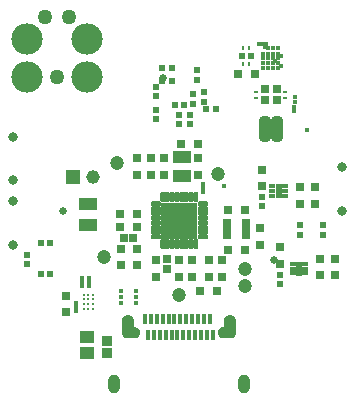
<source format=gbs>
G04*
G04 #@! TF.GenerationSoftware,Altium Limited,Altium Designer,24.9.1 (31)*
G04*
G04 Layer_Color=16711935*
%FSLAX44Y44*%
%MOMM*%
G71*
G04*
G04 #@! TF.SameCoordinates,7AD2B3B8-D285-4593-8982-C88D0E3F9F4F*
G04*
G04*
G04 #@! TF.FilePolarity,Negative*
G04*
G01*
G75*
%ADD23R,0.3000X0.2800*%
%ADD27R,0.4725X0.4682*%
%ADD28R,0.2800X0.3000*%
%ADD32R,0.4682X0.4725*%
%ADD56R,0.4532X0.5532*%
%ADD57R,0.5532X0.4532*%
%ADD68C,1.2032*%
%ADD76C,1.0395*%
%ADD82C,1.2702*%
%ADD83C,2.6542*%
%ADD84R,1.1500X1.1500*%
%ADD85C,1.1500*%
G04:AMPARAMS|DCode=86|XSize=1mm|YSize=1.6mm|CornerRadius=0.5mm|HoleSize=0mm|Usage=FLASHONLY|Rotation=180.000|XOffset=0mm|YOffset=0mm|HoleType=Round|Shape=RoundedRectangle|*
%AMROUNDEDRECTD86*
21,1,1.0000,0.6000,0,0,180.0*
21,1,0.0000,1.6000,0,0,180.0*
1,1,1.0000,0.0000,0.3000*
1,1,1.0000,0.0000,0.3000*
1,1,1.0000,0.0000,-0.3000*
1,1,1.0000,0.0000,-0.3000*
%
%ADD86ROUNDEDRECTD86*%
G04:AMPARAMS|DCode=87|XSize=1.2mm|YSize=0.6mm|CornerRadius=0.3mm|HoleSize=0mm|Usage=FLASHONLY|Rotation=180.000|XOffset=0mm|YOffset=0mm|HoleType=Round|Shape=RoundedRectangle|*
%AMROUNDEDRECTD87*
21,1,1.2000,0.0000,0,0,180.0*
21,1,0.6000,0.6000,0,0,180.0*
1,1,0.6000,-0.3000,0.0000*
1,1,0.6000,0.3000,0.0000*
1,1,0.6000,0.3000,0.0000*
1,1,0.6000,-0.3000,0.0000*
%
%ADD87ROUNDEDRECTD87*%
G04:AMPARAMS|DCode=88|XSize=0.6mm|YSize=1.6mm|CornerRadius=0.3mm|HoleSize=0mm|Usage=FLASHONLY|Rotation=180.000|XOffset=0mm|YOffset=0mm|HoleType=Round|Shape=RoundedRectangle|*
%AMROUNDEDRECTD88*
21,1,0.6000,1.0000,0,0,180.0*
21,1,0.0000,1.6000,0,0,180.0*
1,1,0.6000,0.0000,0.5000*
1,1,0.6000,0.0000,0.5000*
1,1,0.6000,0.0000,-0.5000*
1,1,0.6000,0.0000,-0.5000*
%
%ADD88ROUNDEDRECTD88*%
%ADD89C,0.4532*%
%ADD90C,0.6532*%
%ADD91C,0.8000*%
%ADD113R,0.5500X0.5500*%
%ADD114R,0.7000X0.7000*%
%ADD115C,0.1658*%
%ADD124C,0.2210*%
%ADD125R,0.8000X1.8000*%
%ADD126R,0.6725X0.7154*%
%ADD127R,0.4500X0.3000*%
%ADD128R,0.3000X0.8500*%
%ADD129R,0.3000X0.9500*%
%ADD133R,0.7000X0.7000*%
%ADD143R,0.6032X1.2832*%
%ADD144R,0.5532X0.4432*%
%ADD145R,0.8532X0.8532*%
%ADD146R,0.6532X0.6532*%
G04:AMPARAMS|DCode=147|XSize=0.9132mm|YSize=0.4232mm|CornerRadius=0.1291mm|HoleSize=0mm|Usage=FLASHONLY|Rotation=0.000|XOffset=0mm|YOffset=0mm|HoleType=Round|Shape=RoundedRectangle|*
%AMROUNDEDRECTD147*
21,1,0.9132,0.1650,0,0,0.0*
21,1,0.6550,0.4232,0,0,0.0*
1,1,0.2582,0.3275,-0.0825*
1,1,0.2582,-0.3275,-0.0825*
1,1,0.2582,-0.3275,0.0825*
1,1,0.2582,0.3275,0.0825*
%
%ADD147ROUNDEDRECTD147*%
G04:AMPARAMS|DCode=148|XSize=0.9132mm|YSize=0.4232mm|CornerRadius=0.1291mm|HoleSize=0mm|Usage=FLASHONLY|Rotation=90.000|XOffset=0mm|YOffset=0mm|HoleType=Round|Shape=RoundedRectangle|*
%AMROUNDEDRECTD148*
21,1,0.9132,0.1650,0,0,90.0*
21,1,0.6550,0.4232,0,0,90.0*
1,1,0.2582,0.0825,0.3275*
1,1,0.2582,0.0825,-0.3275*
1,1,0.2582,-0.0825,-0.3275*
1,1,0.2582,-0.0825,0.3275*
%
%ADD148ROUNDEDRECTD148*%
%ADD149R,3.1032X3.1032*%
%ADD150R,1.5016X1.1016*%
%ADD151R,1.5732X1.1332*%
G04:AMPARAMS|DCode=152|XSize=0.9632mm|YSize=2.1432mm|CornerRadius=0.2916mm|HoleSize=0mm|Usage=FLASHONLY|Rotation=0.000|XOffset=0mm|YOffset=0mm|HoleType=Round|Shape=RoundedRectangle|*
%AMROUNDEDRECTD152*
21,1,0.9632,1.5600,0,0,0.0*
21,1,0.3800,2.1432,0,0,0.0*
1,1,0.5832,0.1900,-0.7800*
1,1,0.5832,-0.1900,-0.7800*
1,1,0.5832,-0.1900,0.7800*
1,1,0.5832,0.1900,0.7800*
%
%ADD152ROUNDEDRECTD152*%
%ADD153R,1.1832X0.9832*%
%ADD154C,0.4192*%
%ADD155R,0.6532X0.6532*%
G36*
X113302Y77029D02*
X114709Y75622D01*
X115470Y73784D01*
Y72790D01*
X115470Y68190D01*
X115478Y68112D01*
X115537Y67968D01*
X115648Y67857D01*
X115792Y67798D01*
X115870Y67790D01*
X116865Y67790D01*
X118702Y67029D01*
X120109Y65622D01*
X120870Y63784D01*
X120870Y62790D01*
Y62790D01*
X120870Y61795D01*
X120109Y59958D01*
X118702Y58551D01*
X116865Y57790D01*
X115870Y57790D01*
X110470D01*
X110470Y57790D01*
X109475Y57790D01*
X107638Y58551D01*
X106231Y59958D01*
X105470Y61795D01*
X105470Y62790D01*
Y72790D01*
X105470Y72790D01*
Y73784D01*
X106231Y75622D01*
X107638Y77029D01*
X109475Y77790D01*
X110470D01*
X111465Y77790D01*
X113302Y77029D01*
D02*
G37*
G36*
X196870Y77790D02*
X197865D01*
X199702Y77029D01*
X201109Y75622D01*
X201870Y73784D01*
Y72790D01*
X201870Y72790D01*
X201870Y62790D01*
X201870Y61795D01*
X201109Y59958D01*
X199702Y58551D01*
X197864Y57790D01*
X196870Y57790D01*
X196870Y57790D01*
X191470D01*
X190475Y57790D01*
X188638Y58551D01*
X187231Y59958D01*
X186470Y61795D01*
X186470Y62790D01*
Y62790D01*
X186470Y63784D01*
X187231Y65622D01*
X188638Y67029D01*
X190475Y67790D01*
X191470Y67790D01*
Y67790D01*
X191548Y67798D01*
X191692Y67857D01*
X191803Y67968D01*
X191862Y68112D01*
X191870Y68190D01*
X191870Y68190D01*
X191870Y72790D01*
Y73784D01*
X192631Y75622D01*
X194038Y77029D01*
X195875Y77790D01*
X196870Y77790D01*
D02*
G37*
D23*
X218858Y261449D02*
D03*
Y266749D02*
D03*
X243740Y266749D02*
D03*
Y261449D02*
D03*
D27*
X162729Y239068D02*
D03*
Y247111D02*
D03*
X154048Y239341D02*
D03*
Y247384D02*
D03*
X165912Y264372D02*
D03*
Y256329D02*
D03*
X134412Y270734D02*
D03*
Y262691D02*
D03*
X174562Y266217D02*
D03*
Y258174D02*
D03*
X275661Y153511D02*
D03*
Y145468D02*
D03*
X256111Y153511D02*
D03*
Y145468D02*
D03*
X223984Y169828D02*
D03*
Y177871D02*
D03*
X239009Y103588D02*
D03*
Y111631D02*
D03*
X134412Y251405D02*
D03*
Y243362D02*
D03*
X168986Y276746D02*
D03*
Y284789D02*
D03*
X25400Y120693D02*
D03*
Y128736D02*
D03*
D28*
X208127Y303470D02*
D03*
X213426D02*
D03*
X208127Y290226D02*
D03*
X213426D02*
D03*
D32*
X184946Y252044D02*
D03*
X176903D02*
D03*
X139553Y276195D02*
D03*
X147597D02*
D03*
X158069Y255195D02*
D03*
X150026D02*
D03*
X147796Y286833D02*
D03*
X139753D02*
D03*
X214918Y296864D02*
D03*
X206876D02*
D03*
D56*
X173967Y182848D02*
D03*
Y187848D02*
D03*
X77729Y107767D02*
D03*
Y102767D02*
D03*
X71552Y107828D02*
D03*
Y102828D02*
D03*
X66165Y81701D02*
D03*
Y86701D02*
D03*
D57*
X221942Y307340D02*
D03*
X226942D02*
D03*
D68*
X90119Y126542D02*
D03*
X209487Y117019D02*
D03*
Y102322D02*
D03*
X153920Y94210D02*
D03*
X101095Y206769D02*
D03*
X186690Y196850D02*
D03*
D76*
X196095Y63565D02*
D03*
X111245D02*
D03*
D82*
X50800Y279400D02*
D03*
X40640Y330200D02*
D03*
X60960D02*
D03*
D83*
X25400Y279400D02*
D03*
X76200D02*
D03*
X25400Y311150D02*
D03*
X76200D02*
D03*
D84*
X63600Y194120D02*
D03*
D85*
X81180Y194500D02*
D03*
D86*
X98470Y19290D02*
D03*
X208870D02*
D03*
D87*
X193870Y62790D02*
D03*
X113470D02*
D03*
D88*
X110470Y67790D02*
D03*
X196870D02*
D03*
D89*
X235243Y292983D02*
D03*
X240154Y288726D02*
D03*
Y296889D02*
D03*
X251700Y261999D02*
D03*
X226488Y304740D02*
D03*
X229323Y303403D02*
D03*
X237206Y303458D02*
D03*
X233206D02*
D03*
X192110Y186726D02*
D03*
X262300Y234000D02*
D03*
X251534Y250000D02*
D03*
Y254000D02*
D03*
X251700Y257999D02*
D03*
D90*
X140027Y278201D02*
D03*
X164742Y168678D02*
D03*
X165017Y146559D02*
D03*
X142817Y146639D02*
D03*
Y168759D02*
D03*
X154400D02*
D03*
Y146559D02*
D03*
X164742Y157659D02*
D03*
X142817D02*
D03*
X153917D02*
D03*
X234403Y124264D02*
D03*
X55837Y166028D02*
D03*
D91*
X13360Y191765D02*
D03*
Y228766D02*
D03*
Y174125D02*
D03*
Y137126D02*
D03*
X291860Y165650D02*
D03*
Y202650D02*
D03*
D113*
X36890Y138980D02*
D03*
Y112480D02*
D03*
X44390Y138980D02*
D03*
Y112480D02*
D03*
D114*
X239009Y120910D02*
D03*
Y134910D02*
D03*
X223992Y200810D02*
D03*
Y186810D02*
D03*
X285999Y111110D02*
D03*
Y125110D02*
D03*
X273299Y111110D02*
D03*
Y125110D02*
D03*
X169767Y196569D02*
D03*
Y210569D02*
D03*
X141017Y196569D02*
D03*
Y210569D02*
D03*
X118197D02*
D03*
Y196569D02*
D03*
X130317Y210569D02*
D03*
Y196569D02*
D03*
X57692Y93929D02*
D03*
Y79929D02*
D03*
X164742Y124019D02*
D03*
Y110019D02*
D03*
X153917Y123829D02*
D03*
Y109829D02*
D03*
X133867Y123829D02*
D03*
Y109829D02*
D03*
X190487Y124019D02*
D03*
Y110019D02*
D03*
X255920Y185810D02*
D03*
Y171810D02*
D03*
X268620Y185810D02*
D03*
Y171810D02*
D03*
X179522Y124019D02*
D03*
Y110019D02*
D03*
X222497Y151309D02*
D03*
Y137309D02*
D03*
D115*
X264291Y145990D02*
D03*
X267791D02*
D03*
X264291Y149489D02*
D03*
X267791D02*
D03*
D124*
X80981Y94929D02*
D03*
X76981D02*
D03*
X72981D02*
D03*
X80981Y90929D02*
D03*
X76981D02*
D03*
X72981D02*
D03*
X80981Y86929D02*
D03*
X76981D02*
D03*
X72981D02*
D03*
X80981Y82929D02*
D03*
X76981D02*
D03*
X72981D02*
D03*
D125*
X194487Y150559D02*
D03*
X210487D02*
D03*
D126*
X236348Y268885D02*
D03*
Y259313D02*
D03*
X226508Y268885D02*
D03*
Y259313D02*
D03*
D127*
X104217Y97710D02*
D03*
Y92710D02*
D03*
Y87710D02*
D03*
X117717D02*
D03*
Y92710D02*
D03*
Y97710D02*
D03*
D128*
X182420Y60540D02*
D03*
X177420D02*
D03*
X172420D02*
D03*
X167420D02*
D03*
X162420D02*
D03*
X157420D02*
D03*
X152420D02*
D03*
X147420D02*
D03*
X142420D02*
D03*
X137420D02*
D03*
X132420D02*
D03*
X127420D02*
D03*
D129*
X124920Y74040D02*
D03*
X129920D02*
D03*
X134920D02*
D03*
X139920D02*
D03*
X144920D02*
D03*
X149920D02*
D03*
X154920D02*
D03*
X159920D02*
D03*
X164920D02*
D03*
X169920D02*
D03*
X174920D02*
D03*
X179920D02*
D03*
D133*
X104197Y162834D02*
D03*
X118197D02*
D03*
X155767Y222429D02*
D03*
X169767D02*
D03*
X104197Y152239D02*
D03*
X118197D02*
D03*
X118479Y119797D02*
D03*
X104479D02*
D03*
X171697Y97969D02*
D03*
X185697D02*
D03*
X118428Y133234D02*
D03*
X104428D02*
D03*
X195487Y133019D02*
D03*
X209487D02*
D03*
X195487Y166559D02*
D03*
X209487D02*
D03*
X203776Y281818D02*
D03*
X217777D02*
D03*
D143*
X238140Y182810D02*
D03*
X255519Y116910D02*
D03*
D144*
X232890Y186810D02*
D03*
Y182810D02*
D03*
Y178810D02*
D03*
X243390D02*
D03*
Y182810D02*
D03*
Y186810D02*
D03*
X250269Y120910D02*
D03*
Y116910D02*
D03*
Y112910D02*
D03*
X260769D02*
D03*
Y116910D02*
D03*
Y120910D02*
D03*
D145*
X92710Y45800D02*
D03*
Y55800D02*
D03*
D146*
X107197Y142559D02*
D03*
X115197D02*
D03*
D147*
X173967Y171659D02*
D03*
Y143659D02*
D03*
Y167659D02*
D03*
Y163659D02*
D03*
Y159659D02*
D03*
Y155659D02*
D03*
Y151659D02*
D03*
Y147659D02*
D03*
X133867Y143659D02*
D03*
Y147659D02*
D03*
Y151659D02*
D03*
Y155659D02*
D03*
Y159659D02*
D03*
Y163659D02*
D03*
Y167659D02*
D03*
Y171659D02*
D03*
D148*
X167917Y177709D02*
D03*
Y137609D02*
D03*
X163917Y177709D02*
D03*
Y137609D02*
D03*
X159917Y177709D02*
D03*
Y137609D02*
D03*
X155917Y177709D02*
D03*
Y137609D02*
D03*
X151917D02*
D03*
X147917D02*
D03*
X143917D02*
D03*
X139917D02*
D03*
X151917Y177709D02*
D03*
X147917D02*
D03*
X143917D02*
D03*
X139917D02*
D03*
D149*
X153917Y157659D02*
D03*
D150*
X76447Y153540D02*
D03*
Y171320D02*
D03*
D151*
X155917Y211419D02*
D03*
Y195719D02*
D03*
D152*
X236795Y234950D02*
D03*
X226635D02*
D03*
D153*
X76200Y59070D02*
D03*
Y45070D02*
D03*
D154*
X237206Y286938D02*
D03*
Y290938D02*
D03*
Y294938D02*
D03*
Y298938D02*
D03*
X233206Y286938D02*
D03*
Y290938D02*
D03*
Y294938D02*
D03*
Y298938D02*
D03*
X229206Y286938D02*
D03*
Y290938D02*
D03*
Y294938D02*
D03*
Y298938D02*
D03*
X225206Y286938D02*
D03*
Y290938D02*
D03*
Y294938D02*
D03*
Y298938D02*
D03*
D155*
X143917Y116829D02*
D03*
Y124829D02*
D03*
M02*

</source>
